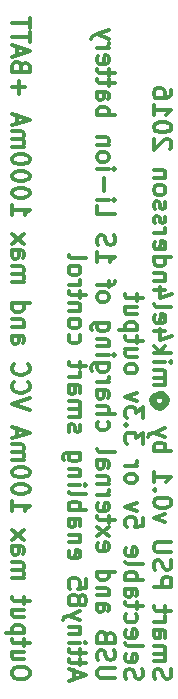
<source format=gbo>
G04 #@! TF.FileFunction,Legend,Bot*
%FSLAX46Y46*%
G04 Gerber Fmt 4.6, Leading zero omitted, Abs format (unit mm)*
G04 Created by KiCad (PCBNEW 4.0.1-stable) date Onsdag 20 Januari 2016 21:11:00*
%MOMM*%
G01*
G04 APERTURE LIST*
%ADD10C,0.100000*%
%ADD11C,0.300000*%
G04 APERTURE END LIST*
D10*
D11*
X78342857Y-87788286D02*
X78271429Y-87574000D01*
X78271429Y-87216857D01*
X78342857Y-87074000D01*
X78414286Y-87002571D01*
X78557143Y-86931143D01*
X78700000Y-86931143D01*
X78842857Y-87002571D01*
X78914286Y-87074000D01*
X78985714Y-87216857D01*
X79057143Y-87502571D01*
X79128571Y-87645429D01*
X79200000Y-87716857D01*
X79342857Y-87788286D01*
X79485714Y-87788286D01*
X79628571Y-87716857D01*
X79700000Y-87645429D01*
X79771429Y-87502571D01*
X79771429Y-87145429D01*
X79700000Y-86931143D01*
X78271429Y-86288286D02*
X79271429Y-86288286D01*
X79128571Y-86288286D02*
X79200000Y-86216858D01*
X79271429Y-86074000D01*
X79271429Y-85859715D01*
X79200000Y-85716858D01*
X79057143Y-85645429D01*
X78271429Y-85645429D01*
X79057143Y-85645429D02*
X79200000Y-85574000D01*
X79271429Y-85431143D01*
X79271429Y-85216858D01*
X79200000Y-85074000D01*
X79057143Y-85002572D01*
X78271429Y-85002572D01*
X78271429Y-83645429D02*
X79057143Y-83645429D01*
X79200000Y-83716858D01*
X79271429Y-83859715D01*
X79271429Y-84145429D01*
X79200000Y-84288286D01*
X78342857Y-83645429D02*
X78271429Y-83788286D01*
X78271429Y-84145429D01*
X78342857Y-84288286D01*
X78485714Y-84359715D01*
X78628571Y-84359715D01*
X78771429Y-84288286D01*
X78842857Y-84145429D01*
X78842857Y-83788286D01*
X78914286Y-83645429D01*
X78271429Y-82931143D02*
X79271429Y-82931143D01*
X78985714Y-82931143D02*
X79128571Y-82859715D01*
X79200000Y-82788286D01*
X79271429Y-82645429D01*
X79271429Y-82502572D01*
X79271429Y-82216858D02*
X79271429Y-81645429D01*
X79771429Y-82002572D02*
X78485714Y-82002572D01*
X78342857Y-81931144D01*
X78271429Y-81788286D01*
X78271429Y-81645429D01*
X78271429Y-80002572D02*
X79771429Y-80002572D01*
X79771429Y-79431144D01*
X79700000Y-79288286D01*
X79628571Y-79216858D01*
X79485714Y-79145429D01*
X79271429Y-79145429D01*
X79128571Y-79216858D01*
X79057143Y-79288286D01*
X78985714Y-79431144D01*
X78985714Y-80002572D01*
X78342857Y-78574001D02*
X78271429Y-78359715D01*
X78271429Y-78002572D01*
X78342857Y-77859715D01*
X78414286Y-77788286D01*
X78557143Y-77716858D01*
X78700000Y-77716858D01*
X78842857Y-77788286D01*
X78914286Y-77859715D01*
X78985714Y-78002572D01*
X79057143Y-78288286D01*
X79128571Y-78431144D01*
X79200000Y-78502572D01*
X79342857Y-78574001D01*
X79485714Y-78574001D01*
X79628571Y-78502572D01*
X79700000Y-78431144D01*
X79771429Y-78288286D01*
X79771429Y-77931144D01*
X79700000Y-77716858D01*
X79771429Y-77074001D02*
X78557143Y-77074001D01*
X78414286Y-77002573D01*
X78342857Y-76931144D01*
X78271429Y-76788287D01*
X78271429Y-76502573D01*
X78342857Y-76359715D01*
X78414286Y-76288287D01*
X78557143Y-76216858D01*
X79771429Y-76216858D01*
X79271429Y-74502572D02*
X78271429Y-74145429D01*
X79271429Y-73788287D01*
X79771429Y-72931144D02*
X79771429Y-72788287D01*
X79700000Y-72645430D01*
X79628571Y-72574001D01*
X79485714Y-72502572D01*
X79200000Y-72431144D01*
X78842857Y-72431144D01*
X78557143Y-72502572D01*
X78414286Y-72574001D01*
X78342857Y-72645430D01*
X78271429Y-72788287D01*
X78271429Y-72931144D01*
X78342857Y-73074001D01*
X78414286Y-73145430D01*
X78557143Y-73216858D01*
X78842857Y-73288287D01*
X79200000Y-73288287D01*
X79485714Y-73216858D01*
X79628571Y-73145430D01*
X79700000Y-73074001D01*
X79771429Y-72931144D01*
X78414286Y-71788287D02*
X78342857Y-71716859D01*
X78271429Y-71788287D01*
X78342857Y-71859716D01*
X78414286Y-71788287D01*
X78271429Y-71788287D01*
X78271429Y-70288287D02*
X78271429Y-71145430D01*
X78271429Y-70716858D02*
X79771429Y-70716858D01*
X79557143Y-70859715D01*
X79414286Y-71002573D01*
X79342857Y-71145430D01*
X78271429Y-68502573D02*
X79771429Y-68502573D01*
X79200000Y-68502573D02*
X79271429Y-68359716D01*
X79271429Y-68074002D01*
X79200000Y-67931145D01*
X79128571Y-67859716D01*
X78985714Y-67788287D01*
X78557143Y-67788287D01*
X78414286Y-67859716D01*
X78342857Y-67931145D01*
X78271429Y-68074002D01*
X78271429Y-68359716D01*
X78342857Y-68502573D01*
X79271429Y-67288287D02*
X78271429Y-66931144D01*
X79271429Y-66574002D02*
X78271429Y-66931144D01*
X77914286Y-67074002D01*
X77842857Y-67145430D01*
X77771429Y-67288287D01*
X78985714Y-63931145D02*
X79057143Y-64002573D01*
X79128571Y-64145430D01*
X79128571Y-64288288D01*
X79057143Y-64431145D01*
X78985714Y-64502573D01*
X78842857Y-64574002D01*
X78700000Y-64574002D01*
X78557143Y-64502573D01*
X78485714Y-64431145D01*
X78414286Y-64288288D01*
X78414286Y-64145430D01*
X78485714Y-64002573D01*
X78557143Y-63931145D01*
X79128571Y-63931145D02*
X78557143Y-63931145D01*
X78485714Y-63859716D01*
X78485714Y-63788288D01*
X78557143Y-63645430D01*
X78700000Y-63574002D01*
X79057143Y-63574002D01*
X79271429Y-63716859D01*
X79414286Y-63931145D01*
X79485714Y-64216859D01*
X79414286Y-64502573D01*
X79271429Y-64716859D01*
X79057143Y-64859716D01*
X78771429Y-64931145D01*
X78485714Y-64859716D01*
X78271429Y-64716859D01*
X78128571Y-64502573D01*
X78057143Y-64216859D01*
X78128571Y-63931145D01*
X78271429Y-63716859D01*
X78271429Y-62931145D02*
X79271429Y-62931145D01*
X79128571Y-62931145D02*
X79200000Y-62859717D01*
X79271429Y-62716859D01*
X79271429Y-62502574D01*
X79200000Y-62359717D01*
X79057143Y-62288288D01*
X78271429Y-62288288D01*
X79057143Y-62288288D02*
X79200000Y-62216859D01*
X79271429Y-62074002D01*
X79271429Y-61859717D01*
X79200000Y-61716859D01*
X79057143Y-61645431D01*
X78271429Y-61645431D01*
X78271429Y-60931145D02*
X79271429Y-60931145D01*
X79771429Y-60931145D02*
X79700000Y-61002574D01*
X79628571Y-60931145D01*
X79700000Y-60859717D01*
X79771429Y-60931145D01*
X79628571Y-60931145D01*
X78271429Y-60216859D02*
X79771429Y-60216859D01*
X78842857Y-60074002D02*
X78271429Y-59645431D01*
X79271429Y-59645431D02*
X78700000Y-60216859D01*
X79271429Y-58359716D02*
X78271429Y-58359716D01*
X79842857Y-58716859D02*
X78771429Y-59074002D01*
X78771429Y-58145430D01*
X78342857Y-57002574D02*
X78271429Y-57145431D01*
X78271429Y-57431145D01*
X78342857Y-57574002D01*
X78485714Y-57645431D01*
X79057143Y-57645431D01*
X79200000Y-57574002D01*
X79271429Y-57431145D01*
X79271429Y-57145431D01*
X79200000Y-57002574D01*
X79057143Y-56931145D01*
X78914286Y-56931145D01*
X78771429Y-57645431D01*
X78271429Y-56074002D02*
X78342857Y-56216860D01*
X78485714Y-56288288D01*
X79771429Y-56288288D01*
X79271429Y-54859717D02*
X78271429Y-54859717D01*
X79842857Y-55216860D02*
X78771429Y-55574003D01*
X78771429Y-54645431D01*
X79271429Y-54074003D02*
X78271429Y-54074003D01*
X79128571Y-54074003D02*
X79200000Y-54002575D01*
X79271429Y-53859717D01*
X79271429Y-53645432D01*
X79200000Y-53502575D01*
X79057143Y-53431146D01*
X78271429Y-53431146D01*
X78271429Y-52074003D02*
X79771429Y-52074003D01*
X78342857Y-52074003D02*
X78271429Y-52216860D01*
X78271429Y-52502574D01*
X78342857Y-52645432D01*
X78414286Y-52716860D01*
X78557143Y-52788289D01*
X78985714Y-52788289D01*
X79128571Y-52716860D01*
X79200000Y-52645432D01*
X79271429Y-52502574D01*
X79271429Y-52216860D01*
X79200000Y-52074003D01*
X78342857Y-50788289D02*
X78271429Y-50931146D01*
X78271429Y-51216860D01*
X78342857Y-51359717D01*
X78485714Y-51431146D01*
X79057143Y-51431146D01*
X79200000Y-51359717D01*
X79271429Y-51216860D01*
X79271429Y-50931146D01*
X79200000Y-50788289D01*
X79057143Y-50716860D01*
X78914286Y-50716860D01*
X78771429Y-51431146D01*
X78271429Y-50074003D02*
X79271429Y-50074003D01*
X78985714Y-50074003D02*
X79128571Y-50002575D01*
X79200000Y-49931146D01*
X79271429Y-49788289D01*
X79271429Y-49645432D01*
X78342857Y-49216861D02*
X78271429Y-49074004D01*
X78271429Y-48788289D01*
X78342857Y-48645432D01*
X78485714Y-48574004D01*
X78557143Y-48574004D01*
X78700000Y-48645432D01*
X78771429Y-48788289D01*
X78771429Y-49002575D01*
X78842857Y-49145432D01*
X78985714Y-49216861D01*
X79057143Y-49216861D01*
X79200000Y-49145432D01*
X79271429Y-49002575D01*
X79271429Y-48788289D01*
X79200000Y-48645432D01*
X78342857Y-48002575D02*
X78271429Y-47859718D01*
X78271429Y-47574003D01*
X78342857Y-47431146D01*
X78485714Y-47359718D01*
X78557143Y-47359718D01*
X78700000Y-47431146D01*
X78771429Y-47574003D01*
X78771429Y-47788289D01*
X78842857Y-47931146D01*
X78985714Y-48002575D01*
X79057143Y-48002575D01*
X79200000Y-47931146D01*
X79271429Y-47788289D01*
X79271429Y-47574003D01*
X79200000Y-47431146D01*
X78271429Y-46502574D02*
X78342857Y-46645432D01*
X78414286Y-46716860D01*
X78557143Y-46788289D01*
X78985714Y-46788289D01*
X79128571Y-46716860D01*
X79200000Y-46645432D01*
X79271429Y-46502574D01*
X79271429Y-46288289D01*
X79200000Y-46145432D01*
X79128571Y-46074003D01*
X78985714Y-46002574D01*
X78557143Y-46002574D01*
X78414286Y-46074003D01*
X78342857Y-46145432D01*
X78271429Y-46288289D01*
X78271429Y-46502574D01*
X79271429Y-45359717D02*
X78271429Y-45359717D01*
X79128571Y-45359717D02*
X79200000Y-45288289D01*
X79271429Y-45145431D01*
X79271429Y-44931146D01*
X79200000Y-44788289D01*
X79057143Y-44716860D01*
X78271429Y-44716860D01*
X79628571Y-42931146D02*
X79700000Y-42859717D01*
X79771429Y-42716860D01*
X79771429Y-42359717D01*
X79700000Y-42216860D01*
X79628571Y-42145431D01*
X79485714Y-42074003D01*
X79342857Y-42074003D01*
X79128571Y-42145431D01*
X78271429Y-43002574D01*
X78271429Y-42074003D01*
X79771429Y-41145432D02*
X79771429Y-41002575D01*
X79700000Y-40859718D01*
X79628571Y-40788289D01*
X79485714Y-40716860D01*
X79200000Y-40645432D01*
X78842857Y-40645432D01*
X78557143Y-40716860D01*
X78414286Y-40788289D01*
X78342857Y-40859718D01*
X78271429Y-41002575D01*
X78271429Y-41145432D01*
X78342857Y-41288289D01*
X78414286Y-41359718D01*
X78557143Y-41431146D01*
X78842857Y-41502575D01*
X79200000Y-41502575D01*
X79485714Y-41431146D01*
X79628571Y-41359718D01*
X79700000Y-41288289D01*
X79771429Y-41145432D01*
X78271429Y-39216861D02*
X78271429Y-40074004D01*
X78271429Y-39645432D02*
X79771429Y-39645432D01*
X79557143Y-39788289D01*
X79414286Y-39931147D01*
X79342857Y-40074004D01*
X79771429Y-37931147D02*
X79771429Y-38216861D01*
X79700000Y-38359718D01*
X79628571Y-38431147D01*
X79414286Y-38574004D01*
X79128571Y-38645433D01*
X78557143Y-38645433D01*
X78414286Y-38574004D01*
X78342857Y-38502576D01*
X78271429Y-38359718D01*
X78271429Y-38074004D01*
X78342857Y-37931147D01*
X78414286Y-37859718D01*
X78557143Y-37788290D01*
X78914286Y-37788290D01*
X79057143Y-37859718D01*
X79128571Y-37931147D01*
X79200000Y-38074004D01*
X79200000Y-38359718D01*
X79128571Y-38502576D01*
X79057143Y-38574004D01*
X78914286Y-38645433D01*
X75942857Y-87788286D02*
X75871429Y-87574000D01*
X75871429Y-87216857D01*
X75942857Y-87074000D01*
X76014286Y-87002571D01*
X76157143Y-86931143D01*
X76300000Y-86931143D01*
X76442857Y-87002571D01*
X76514286Y-87074000D01*
X76585714Y-87216857D01*
X76657143Y-87502571D01*
X76728571Y-87645429D01*
X76800000Y-87716857D01*
X76942857Y-87788286D01*
X77085714Y-87788286D01*
X77228571Y-87716857D01*
X77300000Y-87645429D01*
X77371429Y-87502571D01*
X77371429Y-87145429D01*
X77300000Y-86931143D01*
X75942857Y-85716858D02*
X75871429Y-85859715D01*
X75871429Y-86145429D01*
X75942857Y-86288286D01*
X76085714Y-86359715D01*
X76657143Y-86359715D01*
X76800000Y-86288286D01*
X76871429Y-86145429D01*
X76871429Y-85859715D01*
X76800000Y-85716858D01*
X76657143Y-85645429D01*
X76514286Y-85645429D01*
X76371429Y-86359715D01*
X75871429Y-84788286D02*
X75942857Y-84931144D01*
X76085714Y-85002572D01*
X77371429Y-85002572D01*
X75942857Y-83645430D02*
X75871429Y-83788287D01*
X75871429Y-84074001D01*
X75942857Y-84216858D01*
X76085714Y-84288287D01*
X76657143Y-84288287D01*
X76800000Y-84216858D01*
X76871429Y-84074001D01*
X76871429Y-83788287D01*
X76800000Y-83645430D01*
X76657143Y-83574001D01*
X76514286Y-83574001D01*
X76371429Y-84288287D01*
X75942857Y-82288287D02*
X75871429Y-82431144D01*
X75871429Y-82716858D01*
X75942857Y-82859716D01*
X76014286Y-82931144D01*
X76157143Y-83002573D01*
X76585714Y-83002573D01*
X76728571Y-82931144D01*
X76800000Y-82859716D01*
X76871429Y-82716858D01*
X76871429Y-82431144D01*
X76800000Y-82288287D01*
X76871429Y-81859716D02*
X76871429Y-81288287D01*
X77371429Y-81645430D02*
X76085714Y-81645430D01*
X75942857Y-81574002D01*
X75871429Y-81431144D01*
X75871429Y-81288287D01*
X75871429Y-80145430D02*
X76657143Y-80145430D01*
X76800000Y-80216859D01*
X76871429Y-80359716D01*
X76871429Y-80645430D01*
X76800000Y-80788287D01*
X75942857Y-80145430D02*
X75871429Y-80288287D01*
X75871429Y-80645430D01*
X75942857Y-80788287D01*
X76085714Y-80859716D01*
X76228571Y-80859716D01*
X76371429Y-80788287D01*
X76442857Y-80645430D01*
X76442857Y-80288287D01*
X76514286Y-80145430D01*
X75871429Y-79431144D02*
X77371429Y-79431144D01*
X76800000Y-79431144D02*
X76871429Y-79288287D01*
X76871429Y-79002573D01*
X76800000Y-78859716D01*
X76728571Y-78788287D01*
X76585714Y-78716858D01*
X76157143Y-78716858D01*
X76014286Y-78788287D01*
X75942857Y-78859716D01*
X75871429Y-79002573D01*
X75871429Y-79288287D01*
X75942857Y-79431144D01*
X75871429Y-77859715D02*
X75942857Y-78002573D01*
X76085714Y-78074001D01*
X77371429Y-78074001D01*
X75942857Y-76716859D02*
X75871429Y-76859716D01*
X75871429Y-77145430D01*
X75942857Y-77288287D01*
X76085714Y-77359716D01*
X76657143Y-77359716D01*
X76800000Y-77288287D01*
X76871429Y-77145430D01*
X76871429Y-76859716D01*
X76800000Y-76716859D01*
X76657143Y-76645430D01*
X76514286Y-76645430D01*
X76371429Y-77359716D01*
X77371429Y-74145430D02*
X77371429Y-74859716D01*
X76657143Y-74931145D01*
X76728571Y-74859716D01*
X76800000Y-74716859D01*
X76800000Y-74359716D01*
X76728571Y-74216859D01*
X76657143Y-74145430D01*
X76514286Y-74074002D01*
X76157143Y-74074002D01*
X76014286Y-74145430D01*
X75942857Y-74216859D01*
X75871429Y-74359716D01*
X75871429Y-74716859D01*
X75942857Y-74859716D01*
X76014286Y-74931145D01*
X76871429Y-73574002D02*
X75871429Y-73216859D01*
X76871429Y-72859717D01*
X75871429Y-70931145D02*
X75942857Y-71074003D01*
X76014286Y-71145431D01*
X76157143Y-71216860D01*
X76585714Y-71216860D01*
X76728571Y-71145431D01*
X76800000Y-71074003D01*
X76871429Y-70931145D01*
X76871429Y-70716860D01*
X76800000Y-70574003D01*
X76728571Y-70502574D01*
X76585714Y-70431145D01*
X76157143Y-70431145D01*
X76014286Y-70502574D01*
X75942857Y-70574003D01*
X75871429Y-70716860D01*
X75871429Y-70931145D01*
X75871429Y-69788288D02*
X76871429Y-69788288D01*
X76585714Y-69788288D02*
X76728571Y-69716860D01*
X76800000Y-69645431D01*
X76871429Y-69502574D01*
X76871429Y-69359717D01*
X77371429Y-67859717D02*
X77371429Y-66931146D01*
X76800000Y-67431146D01*
X76800000Y-67216860D01*
X76728571Y-67074003D01*
X76657143Y-67002574D01*
X76514286Y-66931146D01*
X76157143Y-66931146D01*
X76014286Y-67002574D01*
X75942857Y-67074003D01*
X75871429Y-67216860D01*
X75871429Y-67645432D01*
X75942857Y-67788289D01*
X76014286Y-67859717D01*
X76014286Y-66288289D02*
X75942857Y-66216861D01*
X75871429Y-66288289D01*
X75942857Y-66359718D01*
X76014286Y-66288289D01*
X75871429Y-66288289D01*
X77371429Y-65716860D02*
X77371429Y-64788289D01*
X76800000Y-65288289D01*
X76800000Y-65074003D01*
X76728571Y-64931146D01*
X76657143Y-64859717D01*
X76514286Y-64788289D01*
X76157143Y-64788289D01*
X76014286Y-64859717D01*
X75942857Y-64931146D01*
X75871429Y-65074003D01*
X75871429Y-65502575D01*
X75942857Y-65645432D01*
X76014286Y-65716860D01*
X76871429Y-64288289D02*
X75871429Y-63931146D01*
X76871429Y-63574004D01*
X75871429Y-61645432D02*
X75942857Y-61788290D01*
X76014286Y-61859718D01*
X76157143Y-61931147D01*
X76585714Y-61931147D01*
X76728571Y-61859718D01*
X76800000Y-61788290D01*
X76871429Y-61645432D01*
X76871429Y-61431147D01*
X76800000Y-61288290D01*
X76728571Y-61216861D01*
X76585714Y-61145432D01*
X76157143Y-61145432D01*
X76014286Y-61216861D01*
X75942857Y-61288290D01*
X75871429Y-61431147D01*
X75871429Y-61645432D01*
X76871429Y-59859718D02*
X75871429Y-59859718D01*
X76871429Y-60502575D02*
X76085714Y-60502575D01*
X75942857Y-60431147D01*
X75871429Y-60288289D01*
X75871429Y-60074004D01*
X75942857Y-59931147D01*
X76014286Y-59859718D01*
X76871429Y-59359718D02*
X76871429Y-58788289D01*
X77371429Y-59145432D02*
X76085714Y-59145432D01*
X75942857Y-59074004D01*
X75871429Y-58931146D01*
X75871429Y-58788289D01*
X76871429Y-58288289D02*
X75371429Y-58288289D01*
X76800000Y-58288289D02*
X76871429Y-58145432D01*
X76871429Y-57859718D01*
X76800000Y-57716861D01*
X76728571Y-57645432D01*
X76585714Y-57574003D01*
X76157143Y-57574003D01*
X76014286Y-57645432D01*
X75942857Y-57716861D01*
X75871429Y-57859718D01*
X75871429Y-58145432D01*
X75942857Y-58288289D01*
X76871429Y-56288289D02*
X75871429Y-56288289D01*
X76871429Y-56931146D02*
X76085714Y-56931146D01*
X75942857Y-56859718D01*
X75871429Y-56716860D01*
X75871429Y-56502575D01*
X75942857Y-56359718D01*
X76014286Y-56288289D01*
X76871429Y-55788289D02*
X76871429Y-55216860D01*
X77371429Y-55574003D02*
X76085714Y-55574003D01*
X75942857Y-55502575D01*
X75871429Y-55359717D01*
X75871429Y-55216860D01*
X74971429Y-87716857D02*
X73757143Y-87716857D01*
X73614286Y-87645429D01*
X73542857Y-87574000D01*
X73471429Y-87431143D01*
X73471429Y-87145429D01*
X73542857Y-87002571D01*
X73614286Y-86931143D01*
X73757143Y-86859714D01*
X74971429Y-86859714D01*
X73542857Y-86216857D02*
X73471429Y-86002571D01*
X73471429Y-85645428D01*
X73542857Y-85502571D01*
X73614286Y-85431142D01*
X73757143Y-85359714D01*
X73900000Y-85359714D01*
X74042857Y-85431142D01*
X74114286Y-85502571D01*
X74185714Y-85645428D01*
X74257143Y-85931142D01*
X74328571Y-86074000D01*
X74400000Y-86145428D01*
X74542857Y-86216857D01*
X74685714Y-86216857D01*
X74828571Y-86145428D01*
X74900000Y-86074000D01*
X74971429Y-85931142D01*
X74971429Y-85574000D01*
X74900000Y-85359714D01*
X74257143Y-84216857D02*
X74185714Y-84002571D01*
X74114286Y-83931143D01*
X73971429Y-83859714D01*
X73757143Y-83859714D01*
X73614286Y-83931143D01*
X73542857Y-84002571D01*
X73471429Y-84145429D01*
X73471429Y-84716857D01*
X74971429Y-84716857D01*
X74971429Y-84216857D01*
X74900000Y-84074000D01*
X74828571Y-84002571D01*
X74685714Y-83931143D01*
X74542857Y-83931143D01*
X74400000Y-84002571D01*
X74328571Y-84074000D01*
X74257143Y-84216857D01*
X74257143Y-84716857D01*
X73471429Y-81431143D02*
X74257143Y-81431143D01*
X74400000Y-81502572D01*
X74471429Y-81645429D01*
X74471429Y-81931143D01*
X74400000Y-82074000D01*
X73542857Y-81431143D02*
X73471429Y-81574000D01*
X73471429Y-81931143D01*
X73542857Y-82074000D01*
X73685714Y-82145429D01*
X73828571Y-82145429D01*
X73971429Y-82074000D01*
X74042857Y-81931143D01*
X74042857Y-81574000D01*
X74114286Y-81431143D01*
X74471429Y-80716857D02*
X73471429Y-80716857D01*
X74328571Y-80716857D02*
X74400000Y-80645429D01*
X74471429Y-80502571D01*
X74471429Y-80288286D01*
X74400000Y-80145429D01*
X74257143Y-80074000D01*
X73471429Y-80074000D01*
X73471429Y-78716857D02*
X74971429Y-78716857D01*
X73542857Y-78716857D02*
X73471429Y-78859714D01*
X73471429Y-79145428D01*
X73542857Y-79288286D01*
X73614286Y-79359714D01*
X73757143Y-79431143D01*
X74185714Y-79431143D01*
X74328571Y-79359714D01*
X74400000Y-79288286D01*
X74471429Y-79145428D01*
X74471429Y-78859714D01*
X74400000Y-78716857D01*
X73542857Y-76288286D02*
X73471429Y-76431143D01*
X73471429Y-76716857D01*
X73542857Y-76859714D01*
X73685714Y-76931143D01*
X74257143Y-76931143D01*
X74400000Y-76859714D01*
X74471429Y-76716857D01*
X74471429Y-76431143D01*
X74400000Y-76288286D01*
X74257143Y-76216857D01*
X74114286Y-76216857D01*
X73971429Y-76931143D01*
X73471429Y-75716857D02*
X74471429Y-74931143D01*
X74471429Y-75716857D02*
X73471429Y-74931143D01*
X74471429Y-74574000D02*
X74471429Y-74002571D01*
X74971429Y-74359714D02*
X73685714Y-74359714D01*
X73542857Y-74288286D01*
X73471429Y-74145428D01*
X73471429Y-74002571D01*
X73542857Y-72931143D02*
X73471429Y-73074000D01*
X73471429Y-73359714D01*
X73542857Y-73502571D01*
X73685714Y-73574000D01*
X74257143Y-73574000D01*
X74400000Y-73502571D01*
X74471429Y-73359714D01*
X74471429Y-73074000D01*
X74400000Y-72931143D01*
X74257143Y-72859714D01*
X74114286Y-72859714D01*
X73971429Y-73574000D01*
X73471429Y-72216857D02*
X74471429Y-72216857D01*
X74185714Y-72216857D02*
X74328571Y-72145429D01*
X74400000Y-72074000D01*
X74471429Y-71931143D01*
X74471429Y-71788286D01*
X74471429Y-71288286D02*
X73471429Y-71288286D01*
X74328571Y-71288286D02*
X74400000Y-71216858D01*
X74471429Y-71074000D01*
X74471429Y-70859715D01*
X74400000Y-70716858D01*
X74257143Y-70645429D01*
X73471429Y-70645429D01*
X73471429Y-69288286D02*
X74257143Y-69288286D01*
X74400000Y-69359715D01*
X74471429Y-69502572D01*
X74471429Y-69788286D01*
X74400000Y-69931143D01*
X73542857Y-69288286D02*
X73471429Y-69431143D01*
X73471429Y-69788286D01*
X73542857Y-69931143D01*
X73685714Y-70002572D01*
X73828571Y-70002572D01*
X73971429Y-69931143D01*
X74042857Y-69788286D01*
X74042857Y-69431143D01*
X74114286Y-69288286D01*
X73471429Y-68359714D02*
X73542857Y-68502572D01*
X73685714Y-68574000D01*
X74971429Y-68574000D01*
X73542857Y-66002572D02*
X73471429Y-66145429D01*
X73471429Y-66431143D01*
X73542857Y-66574001D01*
X73614286Y-66645429D01*
X73757143Y-66716858D01*
X74185714Y-66716858D01*
X74328571Y-66645429D01*
X74400000Y-66574001D01*
X74471429Y-66431143D01*
X74471429Y-66145429D01*
X74400000Y-66002572D01*
X73471429Y-65359715D02*
X74971429Y-65359715D01*
X73471429Y-64716858D02*
X74257143Y-64716858D01*
X74400000Y-64788287D01*
X74471429Y-64931144D01*
X74471429Y-65145429D01*
X74400000Y-65288287D01*
X74328571Y-65359715D01*
X73471429Y-63359715D02*
X74257143Y-63359715D01*
X74400000Y-63431144D01*
X74471429Y-63574001D01*
X74471429Y-63859715D01*
X74400000Y-64002572D01*
X73542857Y-63359715D02*
X73471429Y-63502572D01*
X73471429Y-63859715D01*
X73542857Y-64002572D01*
X73685714Y-64074001D01*
X73828571Y-64074001D01*
X73971429Y-64002572D01*
X74042857Y-63859715D01*
X74042857Y-63502572D01*
X74114286Y-63359715D01*
X73471429Y-62645429D02*
X74471429Y-62645429D01*
X74185714Y-62645429D02*
X74328571Y-62574001D01*
X74400000Y-62502572D01*
X74471429Y-62359715D01*
X74471429Y-62216858D01*
X74471429Y-61074001D02*
X73257143Y-61074001D01*
X73114286Y-61145430D01*
X73042857Y-61216858D01*
X72971429Y-61359715D01*
X72971429Y-61574001D01*
X73042857Y-61716858D01*
X73542857Y-61074001D02*
X73471429Y-61216858D01*
X73471429Y-61502572D01*
X73542857Y-61645430D01*
X73614286Y-61716858D01*
X73757143Y-61788287D01*
X74185714Y-61788287D01*
X74328571Y-61716858D01*
X74400000Y-61645430D01*
X74471429Y-61502572D01*
X74471429Y-61216858D01*
X74400000Y-61074001D01*
X73471429Y-60359715D02*
X74471429Y-60359715D01*
X74971429Y-60359715D02*
X74900000Y-60431144D01*
X74828571Y-60359715D01*
X74900000Y-60288287D01*
X74971429Y-60359715D01*
X74828571Y-60359715D01*
X74471429Y-59645429D02*
X73471429Y-59645429D01*
X74328571Y-59645429D02*
X74400000Y-59574001D01*
X74471429Y-59431143D01*
X74471429Y-59216858D01*
X74400000Y-59074001D01*
X74257143Y-59002572D01*
X73471429Y-59002572D01*
X74471429Y-57645429D02*
X73257143Y-57645429D01*
X73114286Y-57716858D01*
X73042857Y-57788286D01*
X72971429Y-57931143D01*
X72971429Y-58145429D01*
X73042857Y-58288286D01*
X73542857Y-57645429D02*
X73471429Y-57788286D01*
X73471429Y-58074000D01*
X73542857Y-58216858D01*
X73614286Y-58288286D01*
X73757143Y-58359715D01*
X74185714Y-58359715D01*
X74328571Y-58288286D01*
X74400000Y-58216858D01*
X74471429Y-58074000D01*
X74471429Y-57788286D01*
X74400000Y-57645429D01*
X73471429Y-55574000D02*
X73542857Y-55716858D01*
X73614286Y-55788286D01*
X73757143Y-55859715D01*
X74185714Y-55859715D01*
X74328571Y-55788286D01*
X74400000Y-55716858D01*
X74471429Y-55574000D01*
X74471429Y-55359715D01*
X74400000Y-55216858D01*
X74328571Y-55145429D01*
X74185714Y-55074000D01*
X73757143Y-55074000D01*
X73614286Y-55145429D01*
X73542857Y-55216858D01*
X73471429Y-55359715D01*
X73471429Y-55574000D01*
X74471429Y-54645429D02*
X74471429Y-54074000D01*
X73471429Y-54431143D02*
X74757143Y-54431143D01*
X74900000Y-54359715D01*
X74971429Y-54216857D01*
X74971429Y-54074000D01*
X73471429Y-51645429D02*
X73471429Y-52502572D01*
X73471429Y-52074000D02*
X74971429Y-52074000D01*
X74757143Y-52216857D01*
X74614286Y-52359715D01*
X74542857Y-52502572D01*
X73542857Y-51074001D02*
X73471429Y-50859715D01*
X73471429Y-50502572D01*
X73542857Y-50359715D01*
X73614286Y-50288286D01*
X73757143Y-50216858D01*
X73900000Y-50216858D01*
X74042857Y-50288286D01*
X74114286Y-50359715D01*
X74185714Y-50502572D01*
X74257143Y-50788286D01*
X74328571Y-50931144D01*
X74400000Y-51002572D01*
X74542857Y-51074001D01*
X74685714Y-51074001D01*
X74828571Y-51002572D01*
X74900000Y-50931144D01*
X74971429Y-50788286D01*
X74971429Y-50431144D01*
X74900000Y-50216858D01*
X73471429Y-47716858D02*
X73471429Y-48431144D01*
X74971429Y-48431144D01*
X73471429Y-47216858D02*
X74471429Y-47216858D01*
X74971429Y-47216858D02*
X74900000Y-47288287D01*
X74828571Y-47216858D01*
X74900000Y-47145430D01*
X74971429Y-47216858D01*
X74828571Y-47216858D01*
X74042857Y-46502572D02*
X74042857Y-45359715D01*
X73471429Y-44645429D02*
X74471429Y-44645429D01*
X74971429Y-44645429D02*
X74900000Y-44716858D01*
X74828571Y-44645429D01*
X74900000Y-44574001D01*
X74971429Y-44645429D01*
X74828571Y-44645429D01*
X73471429Y-43716857D02*
X73542857Y-43859715D01*
X73614286Y-43931143D01*
X73757143Y-44002572D01*
X74185714Y-44002572D01*
X74328571Y-43931143D01*
X74400000Y-43859715D01*
X74471429Y-43716857D01*
X74471429Y-43502572D01*
X74400000Y-43359715D01*
X74328571Y-43288286D01*
X74185714Y-43216857D01*
X73757143Y-43216857D01*
X73614286Y-43288286D01*
X73542857Y-43359715D01*
X73471429Y-43502572D01*
X73471429Y-43716857D01*
X74471429Y-42574000D02*
X73471429Y-42574000D01*
X74328571Y-42574000D02*
X74400000Y-42502572D01*
X74471429Y-42359714D01*
X74471429Y-42145429D01*
X74400000Y-42002572D01*
X74257143Y-41931143D01*
X73471429Y-41931143D01*
X73471429Y-40074000D02*
X74971429Y-40074000D01*
X74400000Y-40074000D02*
X74471429Y-39931143D01*
X74471429Y-39645429D01*
X74400000Y-39502572D01*
X74328571Y-39431143D01*
X74185714Y-39359714D01*
X73757143Y-39359714D01*
X73614286Y-39431143D01*
X73542857Y-39502572D01*
X73471429Y-39645429D01*
X73471429Y-39931143D01*
X73542857Y-40074000D01*
X73471429Y-38074000D02*
X74257143Y-38074000D01*
X74400000Y-38145429D01*
X74471429Y-38288286D01*
X74471429Y-38574000D01*
X74400000Y-38716857D01*
X73542857Y-38074000D02*
X73471429Y-38216857D01*
X73471429Y-38574000D01*
X73542857Y-38716857D01*
X73685714Y-38788286D01*
X73828571Y-38788286D01*
X73971429Y-38716857D01*
X74042857Y-38574000D01*
X74042857Y-38216857D01*
X74114286Y-38074000D01*
X74471429Y-37574000D02*
X74471429Y-37002571D01*
X74971429Y-37359714D02*
X73685714Y-37359714D01*
X73542857Y-37288286D01*
X73471429Y-37145428D01*
X73471429Y-37002571D01*
X74471429Y-36716857D02*
X74471429Y-36145428D01*
X74971429Y-36502571D02*
X73685714Y-36502571D01*
X73542857Y-36431143D01*
X73471429Y-36288285D01*
X73471429Y-36145428D01*
X73542857Y-35074000D02*
X73471429Y-35216857D01*
X73471429Y-35502571D01*
X73542857Y-35645428D01*
X73685714Y-35716857D01*
X74257143Y-35716857D01*
X74400000Y-35645428D01*
X74471429Y-35502571D01*
X74471429Y-35216857D01*
X74400000Y-35074000D01*
X74257143Y-35002571D01*
X74114286Y-35002571D01*
X73971429Y-35716857D01*
X73471429Y-34359714D02*
X74471429Y-34359714D01*
X74185714Y-34359714D02*
X74328571Y-34288286D01*
X74400000Y-34216857D01*
X74471429Y-34074000D01*
X74471429Y-33931143D01*
X74471429Y-33574000D02*
X73471429Y-33216857D01*
X74471429Y-32859715D02*
X73471429Y-33216857D01*
X73114286Y-33359715D01*
X73042857Y-33431143D01*
X72971429Y-33574000D01*
X71500000Y-87788286D02*
X71500000Y-87074000D01*
X71071429Y-87931143D02*
X72571429Y-87431143D01*
X71071429Y-86931143D01*
X72071429Y-86645429D02*
X72071429Y-86074000D01*
X72571429Y-86431143D02*
X71285714Y-86431143D01*
X71142857Y-86359715D01*
X71071429Y-86216857D01*
X71071429Y-86074000D01*
X72071429Y-85788286D02*
X72071429Y-85216857D01*
X72571429Y-85574000D02*
X71285714Y-85574000D01*
X71142857Y-85502572D01*
X71071429Y-85359714D01*
X71071429Y-85216857D01*
X71071429Y-84716857D02*
X72071429Y-84716857D01*
X72571429Y-84716857D02*
X72500000Y-84788286D01*
X72428571Y-84716857D01*
X72500000Y-84645429D01*
X72571429Y-84716857D01*
X72428571Y-84716857D01*
X72071429Y-84002571D02*
X71071429Y-84002571D01*
X71928571Y-84002571D02*
X72000000Y-83931143D01*
X72071429Y-83788285D01*
X72071429Y-83574000D01*
X72000000Y-83431143D01*
X71857143Y-83359714D01*
X71071429Y-83359714D01*
X72071429Y-82788285D02*
X71071429Y-82431142D01*
X72071429Y-82074000D02*
X71071429Y-82431142D01*
X70714286Y-82574000D01*
X70642857Y-82645428D01*
X70571429Y-82788285D01*
X71928571Y-81288285D02*
X72000000Y-81431143D01*
X72071429Y-81502571D01*
X72214286Y-81574000D01*
X72285714Y-81574000D01*
X72428571Y-81502571D01*
X72500000Y-81431143D01*
X72571429Y-81288285D01*
X72571429Y-81002571D01*
X72500000Y-80859714D01*
X72428571Y-80788285D01*
X72285714Y-80716857D01*
X72214286Y-80716857D01*
X72071429Y-80788285D01*
X72000000Y-80859714D01*
X71928571Y-81002571D01*
X71928571Y-81288285D01*
X71857143Y-81431143D01*
X71785714Y-81502571D01*
X71642857Y-81574000D01*
X71357143Y-81574000D01*
X71214286Y-81502571D01*
X71142857Y-81431143D01*
X71071429Y-81288285D01*
X71071429Y-81002571D01*
X71142857Y-80859714D01*
X71214286Y-80788285D01*
X71357143Y-80716857D01*
X71642857Y-80716857D01*
X71785714Y-80788285D01*
X71857143Y-80859714D01*
X71928571Y-81002571D01*
X72571429Y-79359714D02*
X72571429Y-80074000D01*
X71857143Y-80145429D01*
X71928571Y-80074000D01*
X72000000Y-79931143D01*
X72000000Y-79574000D01*
X71928571Y-79431143D01*
X71857143Y-79359714D01*
X71714286Y-79288286D01*
X71357143Y-79288286D01*
X71214286Y-79359714D01*
X71142857Y-79431143D01*
X71071429Y-79574000D01*
X71071429Y-79931143D01*
X71142857Y-80074000D01*
X71214286Y-80145429D01*
X71142857Y-76931144D02*
X71071429Y-77074001D01*
X71071429Y-77359715D01*
X71142857Y-77502572D01*
X71285714Y-77574001D01*
X71857143Y-77574001D01*
X72000000Y-77502572D01*
X72071429Y-77359715D01*
X72071429Y-77074001D01*
X72000000Y-76931144D01*
X71857143Y-76859715D01*
X71714286Y-76859715D01*
X71571429Y-77574001D01*
X72071429Y-76216858D02*
X71071429Y-76216858D01*
X71928571Y-76216858D02*
X72000000Y-76145430D01*
X72071429Y-76002572D01*
X72071429Y-75788287D01*
X72000000Y-75645430D01*
X71857143Y-75574001D01*
X71071429Y-75574001D01*
X71071429Y-74216858D02*
X71857143Y-74216858D01*
X72000000Y-74288287D01*
X72071429Y-74431144D01*
X72071429Y-74716858D01*
X72000000Y-74859715D01*
X71142857Y-74216858D02*
X71071429Y-74359715D01*
X71071429Y-74716858D01*
X71142857Y-74859715D01*
X71285714Y-74931144D01*
X71428571Y-74931144D01*
X71571429Y-74859715D01*
X71642857Y-74716858D01*
X71642857Y-74359715D01*
X71714286Y-74216858D01*
X71071429Y-73502572D02*
X72571429Y-73502572D01*
X72000000Y-73502572D02*
X72071429Y-73359715D01*
X72071429Y-73074001D01*
X72000000Y-72931144D01*
X71928571Y-72859715D01*
X71785714Y-72788286D01*
X71357143Y-72788286D01*
X71214286Y-72859715D01*
X71142857Y-72931144D01*
X71071429Y-73074001D01*
X71071429Y-73359715D01*
X71142857Y-73502572D01*
X71071429Y-71931143D02*
X71142857Y-72074001D01*
X71285714Y-72145429D01*
X72571429Y-72145429D01*
X71071429Y-71359715D02*
X72071429Y-71359715D01*
X72571429Y-71359715D02*
X72500000Y-71431144D01*
X72428571Y-71359715D01*
X72500000Y-71288287D01*
X72571429Y-71359715D01*
X72428571Y-71359715D01*
X72071429Y-70645429D02*
X71071429Y-70645429D01*
X71928571Y-70645429D02*
X72000000Y-70574001D01*
X72071429Y-70431143D01*
X72071429Y-70216858D01*
X72000000Y-70074001D01*
X71857143Y-70002572D01*
X71071429Y-70002572D01*
X72071429Y-68645429D02*
X70857143Y-68645429D01*
X70714286Y-68716858D01*
X70642857Y-68788286D01*
X70571429Y-68931143D01*
X70571429Y-69145429D01*
X70642857Y-69288286D01*
X71142857Y-68645429D02*
X71071429Y-68788286D01*
X71071429Y-69074000D01*
X71142857Y-69216858D01*
X71214286Y-69288286D01*
X71357143Y-69359715D01*
X71785714Y-69359715D01*
X71928571Y-69288286D01*
X72000000Y-69216858D01*
X72071429Y-69074000D01*
X72071429Y-68788286D01*
X72000000Y-68645429D01*
X71142857Y-66859715D02*
X71071429Y-66716858D01*
X71071429Y-66431143D01*
X71142857Y-66288286D01*
X71285714Y-66216858D01*
X71357143Y-66216858D01*
X71500000Y-66288286D01*
X71571429Y-66431143D01*
X71571429Y-66645429D01*
X71642857Y-66788286D01*
X71785714Y-66859715D01*
X71857143Y-66859715D01*
X72000000Y-66788286D01*
X72071429Y-66645429D01*
X72071429Y-66431143D01*
X72000000Y-66288286D01*
X71071429Y-65574000D02*
X72071429Y-65574000D01*
X71928571Y-65574000D02*
X72000000Y-65502572D01*
X72071429Y-65359714D01*
X72071429Y-65145429D01*
X72000000Y-65002572D01*
X71857143Y-64931143D01*
X71071429Y-64931143D01*
X71857143Y-64931143D02*
X72000000Y-64859714D01*
X72071429Y-64716857D01*
X72071429Y-64502572D01*
X72000000Y-64359714D01*
X71857143Y-64288286D01*
X71071429Y-64288286D01*
X71071429Y-62931143D02*
X71857143Y-62931143D01*
X72000000Y-63002572D01*
X72071429Y-63145429D01*
X72071429Y-63431143D01*
X72000000Y-63574000D01*
X71142857Y-62931143D02*
X71071429Y-63074000D01*
X71071429Y-63431143D01*
X71142857Y-63574000D01*
X71285714Y-63645429D01*
X71428571Y-63645429D01*
X71571429Y-63574000D01*
X71642857Y-63431143D01*
X71642857Y-63074000D01*
X71714286Y-62931143D01*
X71071429Y-62216857D02*
X72071429Y-62216857D01*
X71785714Y-62216857D02*
X71928571Y-62145429D01*
X72000000Y-62074000D01*
X72071429Y-61931143D01*
X72071429Y-61788286D01*
X72071429Y-61502572D02*
X72071429Y-60931143D01*
X72571429Y-61288286D02*
X71285714Y-61288286D01*
X71142857Y-61216858D01*
X71071429Y-61074000D01*
X71071429Y-60931143D01*
X71142857Y-58645429D02*
X71071429Y-58788286D01*
X71071429Y-59074000D01*
X71142857Y-59216858D01*
X71214286Y-59288286D01*
X71357143Y-59359715D01*
X71785714Y-59359715D01*
X71928571Y-59288286D01*
X72000000Y-59216858D01*
X72071429Y-59074000D01*
X72071429Y-58788286D01*
X72000000Y-58645429D01*
X71071429Y-57788286D02*
X71142857Y-57931144D01*
X71214286Y-58002572D01*
X71357143Y-58074001D01*
X71785714Y-58074001D01*
X71928571Y-58002572D01*
X72000000Y-57931144D01*
X72071429Y-57788286D01*
X72071429Y-57574001D01*
X72000000Y-57431144D01*
X71928571Y-57359715D01*
X71785714Y-57288286D01*
X71357143Y-57288286D01*
X71214286Y-57359715D01*
X71142857Y-57431144D01*
X71071429Y-57574001D01*
X71071429Y-57788286D01*
X72071429Y-56645429D02*
X71071429Y-56645429D01*
X71928571Y-56645429D02*
X72000000Y-56574001D01*
X72071429Y-56431143D01*
X72071429Y-56216858D01*
X72000000Y-56074001D01*
X71857143Y-56002572D01*
X71071429Y-56002572D01*
X72071429Y-55502572D02*
X72071429Y-54931143D01*
X72571429Y-55288286D02*
X71285714Y-55288286D01*
X71142857Y-55216858D01*
X71071429Y-55074000D01*
X71071429Y-54931143D01*
X71071429Y-54431143D02*
X72071429Y-54431143D01*
X71785714Y-54431143D02*
X71928571Y-54359715D01*
X72000000Y-54288286D01*
X72071429Y-54145429D01*
X72071429Y-54002572D01*
X71071429Y-53288286D02*
X71142857Y-53431144D01*
X71214286Y-53502572D01*
X71357143Y-53574001D01*
X71785714Y-53574001D01*
X71928571Y-53502572D01*
X72000000Y-53431144D01*
X72071429Y-53288286D01*
X72071429Y-53074001D01*
X72000000Y-52931144D01*
X71928571Y-52859715D01*
X71785714Y-52788286D01*
X71357143Y-52788286D01*
X71214286Y-52859715D01*
X71142857Y-52931144D01*
X71071429Y-53074001D01*
X71071429Y-53288286D01*
X71071429Y-51931143D02*
X71142857Y-52074001D01*
X71285714Y-52145429D01*
X72571429Y-52145429D01*
X67771429Y-87431143D02*
X67771429Y-87145429D01*
X67700000Y-87002571D01*
X67557143Y-86859714D01*
X67271429Y-86788286D01*
X66771429Y-86788286D01*
X66485714Y-86859714D01*
X66342857Y-87002571D01*
X66271429Y-87145429D01*
X66271429Y-87431143D01*
X66342857Y-87574000D01*
X66485714Y-87716857D01*
X66771429Y-87788286D01*
X67271429Y-87788286D01*
X67557143Y-87716857D01*
X67700000Y-87574000D01*
X67771429Y-87431143D01*
X67271429Y-85502571D02*
X66271429Y-85502571D01*
X67271429Y-86145428D02*
X66485714Y-86145428D01*
X66342857Y-86074000D01*
X66271429Y-85931142D01*
X66271429Y-85716857D01*
X66342857Y-85574000D01*
X66414286Y-85502571D01*
X67271429Y-85002571D02*
X67271429Y-84431142D01*
X67771429Y-84788285D02*
X66485714Y-84788285D01*
X66342857Y-84716857D01*
X66271429Y-84573999D01*
X66271429Y-84431142D01*
X67271429Y-83931142D02*
X65771429Y-83931142D01*
X67200000Y-83931142D02*
X67271429Y-83788285D01*
X67271429Y-83502571D01*
X67200000Y-83359714D01*
X67128571Y-83288285D01*
X66985714Y-83216856D01*
X66557143Y-83216856D01*
X66414286Y-83288285D01*
X66342857Y-83359714D01*
X66271429Y-83502571D01*
X66271429Y-83788285D01*
X66342857Y-83931142D01*
X67271429Y-81931142D02*
X66271429Y-81931142D01*
X67271429Y-82573999D02*
X66485714Y-82573999D01*
X66342857Y-82502571D01*
X66271429Y-82359713D01*
X66271429Y-82145428D01*
X66342857Y-82002571D01*
X66414286Y-81931142D01*
X67271429Y-81431142D02*
X67271429Y-80859713D01*
X67771429Y-81216856D02*
X66485714Y-81216856D01*
X66342857Y-81145428D01*
X66271429Y-81002570D01*
X66271429Y-80859713D01*
X66271429Y-79216856D02*
X67271429Y-79216856D01*
X67128571Y-79216856D02*
X67200000Y-79145428D01*
X67271429Y-79002570D01*
X67271429Y-78788285D01*
X67200000Y-78645428D01*
X67057143Y-78573999D01*
X66271429Y-78573999D01*
X67057143Y-78573999D02*
X67200000Y-78502570D01*
X67271429Y-78359713D01*
X67271429Y-78145428D01*
X67200000Y-78002570D01*
X67057143Y-77931142D01*
X66271429Y-77931142D01*
X66271429Y-76573999D02*
X67057143Y-76573999D01*
X67200000Y-76645428D01*
X67271429Y-76788285D01*
X67271429Y-77073999D01*
X67200000Y-77216856D01*
X66342857Y-76573999D02*
X66271429Y-76716856D01*
X66271429Y-77073999D01*
X66342857Y-77216856D01*
X66485714Y-77288285D01*
X66628571Y-77288285D01*
X66771429Y-77216856D01*
X66842857Y-77073999D01*
X66842857Y-76716856D01*
X66914286Y-76573999D01*
X66271429Y-76002570D02*
X67271429Y-75216856D01*
X67271429Y-76002570D02*
X66271429Y-75216856D01*
X66271429Y-72716856D02*
X66271429Y-73573999D01*
X66271429Y-73145427D02*
X67771429Y-73145427D01*
X67557143Y-73288284D01*
X67414286Y-73431142D01*
X67342857Y-73573999D01*
X67771429Y-71788285D02*
X67771429Y-71645428D01*
X67700000Y-71502571D01*
X67628571Y-71431142D01*
X67485714Y-71359713D01*
X67200000Y-71288285D01*
X66842857Y-71288285D01*
X66557143Y-71359713D01*
X66414286Y-71431142D01*
X66342857Y-71502571D01*
X66271429Y-71645428D01*
X66271429Y-71788285D01*
X66342857Y-71931142D01*
X66414286Y-72002571D01*
X66557143Y-72073999D01*
X66842857Y-72145428D01*
X67200000Y-72145428D01*
X67485714Y-72073999D01*
X67628571Y-72002571D01*
X67700000Y-71931142D01*
X67771429Y-71788285D01*
X67771429Y-70359714D02*
X67771429Y-70216857D01*
X67700000Y-70074000D01*
X67628571Y-70002571D01*
X67485714Y-69931142D01*
X67200000Y-69859714D01*
X66842857Y-69859714D01*
X66557143Y-69931142D01*
X66414286Y-70002571D01*
X66342857Y-70074000D01*
X66271429Y-70216857D01*
X66271429Y-70359714D01*
X66342857Y-70502571D01*
X66414286Y-70574000D01*
X66557143Y-70645428D01*
X66842857Y-70716857D01*
X67200000Y-70716857D01*
X67485714Y-70645428D01*
X67628571Y-70574000D01*
X67700000Y-70502571D01*
X67771429Y-70359714D01*
X66271429Y-69216857D02*
X67271429Y-69216857D01*
X67128571Y-69216857D02*
X67200000Y-69145429D01*
X67271429Y-69002571D01*
X67271429Y-68788286D01*
X67200000Y-68645429D01*
X67057143Y-68574000D01*
X66271429Y-68574000D01*
X67057143Y-68574000D02*
X67200000Y-68502571D01*
X67271429Y-68359714D01*
X67271429Y-68145429D01*
X67200000Y-68002571D01*
X67057143Y-67931143D01*
X66271429Y-67931143D01*
X66700000Y-67288286D02*
X66700000Y-66574000D01*
X66271429Y-67431143D02*
X67771429Y-66931143D01*
X66271429Y-66431143D01*
X67771429Y-65002572D02*
X66271429Y-64502572D01*
X67771429Y-64002572D01*
X66414286Y-62645429D02*
X66342857Y-62716858D01*
X66271429Y-62931144D01*
X66271429Y-63074001D01*
X66342857Y-63288286D01*
X66485714Y-63431144D01*
X66628571Y-63502572D01*
X66914286Y-63574001D01*
X67128571Y-63574001D01*
X67414286Y-63502572D01*
X67557143Y-63431144D01*
X67700000Y-63288286D01*
X67771429Y-63074001D01*
X67771429Y-62931144D01*
X67700000Y-62716858D01*
X67628571Y-62645429D01*
X66414286Y-61145429D02*
X66342857Y-61216858D01*
X66271429Y-61431144D01*
X66271429Y-61574001D01*
X66342857Y-61788286D01*
X66485714Y-61931144D01*
X66628571Y-62002572D01*
X66914286Y-62074001D01*
X67128571Y-62074001D01*
X67414286Y-62002572D01*
X67557143Y-61931144D01*
X67700000Y-61788286D01*
X67771429Y-61574001D01*
X67771429Y-61431144D01*
X67700000Y-61216858D01*
X67628571Y-61145429D01*
X66271429Y-58716858D02*
X67057143Y-58716858D01*
X67200000Y-58788287D01*
X67271429Y-58931144D01*
X67271429Y-59216858D01*
X67200000Y-59359715D01*
X66342857Y-58716858D02*
X66271429Y-58859715D01*
X66271429Y-59216858D01*
X66342857Y-59359715D01*
X66485714Y-59431144D01*
X66628571Y-59431144D01*
X66771429Y-59359715D01*
X66842857Y-59216858D01*
X66842857Y-58859715D01*
X66914286Y-58716858D01*
X67271429Y-58002572D02*
X66271429Y-58002572D01*
X67128571Y-58002572D02*
X67200000Y-57931144D01*
X67271429Y-57788286D01*
X67271429Y-57574001D01*
X67200000Y-57431144D01*
X67057143Y-57359715D01*
X66271429Y-57359715D01*
X66271429Y-56002572D02*
X67771429Y-56002572D01*
X66342857Y-56002572D02*
X66271429Y-56145429D01*
X66271429Y-56431143D01*
X66342857Y-56574001D01*
X66414286Y-56645429D01*
X66557143Y-56716858D01*
X66985714Y-56716858D01*
X67128571Y-56645429D01*
X67200000Y-56574001D01*
X67271429Y-56431143D01*
X67271429Y-56145429D01*
X67200000Y-56002572D01*
X66271429Y-54145429D02*
X67271429Y-54145429D01*
X67128571Y-54145429D02*
X67200000Y-54074001D01*
X67271429Y-53931143D01*
X67271429Y-53716858D01*
X67200000Y-53574001D01*
X67057143Y-53502572D01*
X66271429Y-53502572D01*
X67057143Y-53502572D02*
X67200000Y-53431143D01*
X67271429Y-53288286D01*
X67271429Y-53074001D01*
X67200000Y-52931143D01*
X67057143Y-52859715D01*
X66271429Y-52859715D01*
X66271429Y-51502572D02*
X67057143Y-51502572D01*
X67200000Y-51574001D01*
X67271429Y-51716858D01*
X67271429Y-52002572D01*
X67200000Y-52145429D01*
X66342857Y-51502572D02*
X66271429Y-51645429D01*
X66271429Y-52002572D01*
X66342857Y-52145429D01*
X66485714Y-52216858D01*
X66628571Y-52216858D01*
X66771429Y-52145429D01*
X66842857Y-52002572D01*
X66842857Y-51645429D01*
X66914286Y-51502572D01*
X66271429Y-50931143D02*
X67271429Y-50145429D01*
X67271429Y-50931143D02*
X66271429Y-50145429D01*
X66271429Y-47645429D02*
X66271429Y-48502572D01*
X66271429Y-48074000D02*
X67771429Y-48074000D01*
X67557143Y-48216857D01*
X67414286Y-48359715D01*
X67342857Y-48502572D01*
X67771429Y-46716858D02*
X67771429Y-46574001D01*
X67700000Y-46431144D01*
X67628571Y-46359715D01*
X67485714Y-46288286D01*
X67200000Y-46216858D01*
X66842857Y-46216858D01*
X66557143Y-46288286D01*
X66414286Y-46359715D01*
X66342857Y-46431144D01*
X66271429Y-46574001D01*
X66271429Y-46716858D01*
X66342857Y-46859715D01*
X66414286Y-46931144D01*
X66557143Y-47002572D01*
X66842857Y-47074001D01*
X67200000Y-47074001D01*
X67485714Y-47002572D01*
X67628571Y-46931144D01*
X67700000Y-46859715D01*
X67771429Y-46716858D01*
X67771429Y-45288287D02*
X67771429Y-45145430D01*
X67700000Y-45002573D01*
X67628571Y-44931144D01*
X67485714Y-44859715D01*
X67200000Y-44788287D01*
X66842857Y-44788287D01*
X66557143Y-44859715D01*
X66414286Y-44931144D01*
X66342857Y-45002573D01*
X66271429Y-45145430D01*
X66271429Y-45288287D01*
X66342857Y-45431144D01*
X66414286Y-45502573D01*
X66557143Y-45574001D01*
X66842857Y-45645430D01*
X67200000Y-45645430D01*
X67485714Y-45574001D01*
X67628571Y-45502573D01*
X67700000Y-45431144D01*
X67771429Y-45288287D01*
X67771429Y-43859716D02*
X67771429Y-43716859D01*
X67700000Y-43574002D01*
X67628571Y-43502573D01*
X67485714Y-43431144D01*
X67200000Y-43359716D01*
X66842857Y-43359716D01*
X66557143Y-43431144D01*
X66414286Y-43502573D01*
X66342857Y-43574002D01*
X66271429Y-43716859D01*
X66271429Y-43859716D01*
X66342857Y-44002573D01*
X66414286Y-44074002D01*
X66557143Y-44145430D01*
X66842857Y-44216859D01*
X67200000Y-44216859D01*
X67485714Y-44145430D01*
X67628571Y-44074002D01*
X67700000Y-44002573D01*
X67771429Y-43859716D01*
X66271429Y-42716859D02*
X67271429Y-42716859D01*
X67128571Y-42716859D02*
X67200000Y-42645431D01*
X67271429Y-42502573D01*
X67271429Y-42288288D01*
X67200000Y-42145431D01*
X67057143Y-42074002D01*
X66271429Y-42074002D01*
X67057143Y-42074002D02*
X67200000Y-42002573D01*
X67271429Y-41859716D01*
X67271429Y-41645431D01*
X67200000Y-41502573D01*
X67057143Y-41431145D01*
X66271429Y-41431145D01*
X66700000Y-40788288D02*
X66700000Y-40074002D01*
X66271429Y-40931145D02*
X67771429Y-40431145D01*
X66271429Y-39931145D01*
X66842857Y-38288288D02*
X66842857Y-37145431D01*
X66271429Y-37716860D02*
X67414286Y-37716860D01*
X67057143Y-35931145D02*
X66985714Y-35716859D01*
X66914286Y-35645431D01*
X66771429Y-35574002D01*
X66557143Y-35574002D01*
X66414286Y-35645431D01*
X66342857Y-35716859D01*
X66271429Y-35859717D01*
X66271429Y-36431145D01*
X67771429Y-36431145D01*
X67771429Y-35931145D01*
X67700000Y-35788288D01*
X67628571Y-35716859D01*
X67485714Y-35645431D01*
X67342857Y-35645431D01*
X67200000Y-35716859D01*
X67128571Y-35788288D01*
X67057143Y-35931145D01*
X67057143Y-36431145D01*
X66700000Y-35002574D02*
X66700000Y-34288288D01*
X66271429Y-35145431D02*
X67771429Y-34645431D01*
X66271429Y-34145431D01*
X67771429Y-33859717D02*
X67771429Y-33002574D01*
X66271429Y-33431145D02*
X67771429Y-33431145D01*
X67771429Y-32716860D02*
X67771429Y-31859717D01*
X66271429Y-32288288D02*
X67771429Y-32288288D01*
M02*

</source>
